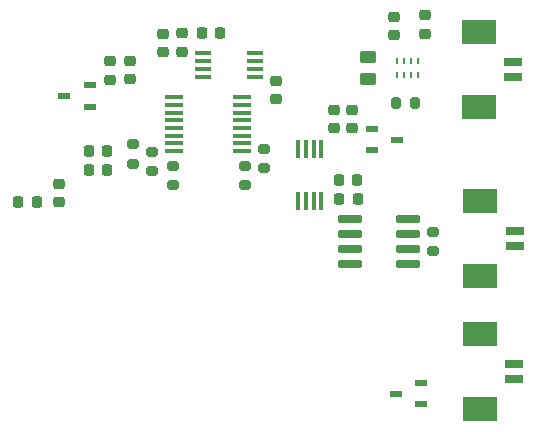
<source format=gbr>
%TF.GenerationSoftware,KiCad,Pcbnew,7.0.8*%
%TF.CreationDate,2024-08-03T17:37:37-04:00*%
%TF.ProjectId,wsg1.0,77736731-2e30-42e6-9b69-6361645f7063,rev?*%
%TF.SameCoordinates,Original*%
%TF.FileFunction,Paste,Top*%
%TF.FilePolarity,Positive*%
%FSLAX46Y46*%
G04 Gerber Fmt 4.6, Leading zero omitted, Abs format (unit mm)*
G04 Created by KiCad (PCBNEW 7.0.8) date 2024-08-03 17:37:37*
%MOMM*%
%LPD*%
G01*
G04 APERTURE LIST*
G04 Aperture macros list*
%AMRoundRect*
0 Rectangle with rounded corners*
0 $1 Rounding radius*
0 $2 $3 $4 $5 $6 $7 $8 $9 X,Y pos of 4 corners*
0 Add a 4 corners polygon primitive as box body*
4,1,4,$2,$3,$4,$5,$6,$7,$8,$9,$2,$3,0*
0 Add four circle primitives for the rounded corners*
1,1,$1+$1,$2,$3*
1,1,$1+$1,$4,$5*
1,1,$1+$1,$6,$7*
1,1,$1+$1,$8,$9*
0 Add four rect primitives between the rounded corners*
20,1,$1+$1,$2,$3,$4,$5,0*
20,1,$1+$1,$4,$5,$6,$7,0*
20,1,$1+$1,$6,$7,$8,$9,0*
20,1,$1+$1,$8,$9,$2,$3,0*%
G04 Aperture macros list end*
%ADD10RoundRect,0.225000X-0.225000X-0.250000X0.225000X-0.250000X0.225000X0.250000X-0.225000X0.250000X0*%
%ADD11RoundRect,0.200000X-0.275000X0.200000X-0.275000X-0.200000X0.275000X-0.200000X0.275000X0.200000X0*%
%ADD12RoundRect,0.225000X0.250000X-0.225000X0.250000X0.225000X-0.250000X0.225000X-0.250000X-0.225000X0*%
%ADD13RoundRect,0.225000X-0.250000X0.225000X-0.250000X-0.225000X0.250000X-0.225000X0.250000X0.225000X0*%
%ADD14R,0.260000X0.530000*%
%ADD15R,1.090000X0.610000*%
%ADD16R,1.600000X0.800000*%
%ADD17R,3.000000X2.100000*%
%ADD18RoundRect,0.218750X0.218750X0.256250X-0.218750X0.256250X-0.218750X-0.256250X0.218750X-0.256250X0*%
%ADD19RoundRect,0.051250X0.733750X0.153750X-0.733750X0.153750X-0.733750X-0.153750X0.733750X-0.153750X0*%
%ADD20RoundRect,0.250000X-0.450000X0.262500X-0.450000X-0.262500X0.450000X-0.262500X0.450000X0.262500X0*%
%ADD21R,0.431800X1.498600*%
%ADD22RoundRect,0.200000X-0.200000X-0.275000X0.200000X-0.275000X0.200000X0.275000X-0.200000X0.275000X0*%
%ADD23RoundRect,0.225000X0.225000X0.250000X-0.225000X0.250000X-0.225000X-0.250000X0.225000X-0.250000X0*%
%ADD24RoundRect,0.200000X0.275000X-0.200000X0.275000X0.200000X-0.275000X0.200000X-0.275000X-0.200000X0*%
%ADD25RoundRect,0.075000X0.910000X0.225000X-0.910000X0.225000X-0.910000X-0.225000X0.910000X-0.225000X0*%
%ADD26R,1.400000X0.450000*%
%ADD27RoundRect,0.218750X0.256250X-0.218750X0.256250X0.218750X-0.256250X0.218750X-0.256250X-0.218750X0*%
G04 APERTURE END LIST*
D10*
%TO.C,C12*%
X120445000Y-117460000D03*
X121995000Y-117460000D03*
%TD*%
D11*
%TO.C,R3*%
X102940000Y-112835000D03*
X102940000Y-114485000D03*
%TD*%
D12*
%TO.C,C10*%
X107080000Y-105015000D03*
X107080000Y-103465000D03*
%TD*%
%TO.C,C2*%
X125090000Y-103590000D03*
X125090000Y-102040000D03*
%TD*%
D13*
%TO.C,C1*%
X127720000Y-101940000D03*
X127720000Y-103490000D03*
%TD*%
D10*
%TO.C,C11*%
X120425000Y-115870000D03*
X121975000Y-115870000D03*
%TD*%
D12*
%TO.C,C14*%
X121537500Y-111505000D03*
X121537500Y-109955000D03*
%TD*%
D11*
%TO.C,R7*%
X114100000Y-113240000D03*
X114100000Y-114890000D03*
%TD*%
%TO.C,R5*%
X112430000Y-114675000D03*
X112430000Y-116325000D03*
%TD*%
D14*
%TO.C,BConv1*%
X127100000Y-105800000D03*
X126500000Y-105800000D03*
X125900000Y-105800000D03*
X125300000Y-105800000D03*
X125300000Y-107000000D03*
X125900000Y-107000000D03*
X126500000Y-107000000D03*
X127100000Y-107000000D03*
%TD*%
D15*
%TO.C,LinReg1*%
X99295000Y-109695000D03*
X99295000Y-107865000D03*
X97155000Y-108780000D03*
%TD*%
D16*
%TO.C,J3*%
X135280000Y-120200000D03*
X135280000Y-121450000D03*
D17*
X132380000Y-117650000D03*
X132380000Y-124000000D03*
%TD*%
D18*
%TO.C,TVS1*%
X94807500Y-117760000D03*
X93232500Y-117760000D03*
%TD*%
D16*
%TO.C,J1*%
X135150000Y-105870000D03*
X135150000Y-107120000D03*
D17*
X132250000Y-103320000D03*
X132250000Y-109670000D03*
%TD*%
D15*
%TO.C,LinReg3*%
X123177500Y-111540000D03*
X123177500Y-113370000D03*
X125317500Y-112455000D03*
%TD*%
D19*
%TO.C,U1*%
X112190000Y-113415000D03*
X112190000Y-112765000D03*
X112190000Y-112115000D03*
X112190000Y-111465000D03*
X112190000Y-110815000D03*
X112190000Y-110165000D03*
X112190000Y-109515000D03*
X112190000Y-108865000D03*
X106450000Y-108865000D03*
X106450000Y-109515000D03*
X106450000Y-110165000D03*
X106450000Y-110815000D03*
X106450000Y-111465000D03*
X106450000Y-112115000D03*
X106450000Y-112765000D03*
X106450000Y-113415000D03*
%TD*%
D11*
%TO.C,R4*%
X104540000Y-113490000D03*
X104540000Y-115140000D03*
%TD*%
D12*
%TO.C,C5*%
X115080000Y-109005000D03*
X115080000Y-107455000D03*
%TD*%
D20*
%TO.C,R1*%
X122830000Y-105457500D03*
X122830000Y-107282500D03*
%TD*%
D12*
%TO.C,C7*%
X102750000Y-107360000D03*
X102750000Y-105810000D03*
%TD*%
D11*
%TO.C,R6*%
X106380000Y-114675000D03*
X106380000Y-116325000D03*
%TD*%
D21*
%TO.C,DAC1*%
X118895200Y-113265600D03*
X118260200Y-113265600D03*
X117599800Y-113265600D03*
X116964800Y-113265600D03*
X116964800Y-117634400D03*
X117599800Y-117634400D03*
X118260200Y-117634400D03*
X118895200Y-117634400D03*
%TD*%
D12*
%TO.C,C8*%
X101040000Y-107370000D03*
X101040000Y-105820000D03*
%TD*%
D16*
%TO.C,J2*%
X135260000Y-131490000D03*
X135260000Y-132740000D03*
D17*
X132360000Y-128940000D03*
X132360000Y-135290000D03*
%TD*%
D22*
%TO.C,R2*%
X125220000Y-109370000D03*
X126870000Y-109370000D03*
%TD*%
D23*
%TO.C,C4*%
X100765000Y-113390000D03*
X99215000Y-113390000D03*
%TD*%
D15*
%TO.C,LinReg2*%
X127340000Y-134875000D03*
X127340000Y-133045000D03*
X125200000Y-133960000D03*
%TD*%
D24*
%TO.C,R8*%
X128380000Y-121915000D03*
X128380000Y-120265000D03*
%TD*%
D25*
%TO.C,InstrAmp1*%
X126250000Y-122975000D03*
X126250000Y-121705000D03*
X126250000Y-120435000D03*
X126250000Y-119165000D03*
X121310000Y-119165000D03*
X121310000Y-120435000D03*
X121310000Y-121705000D03*
X121310000Y-122975000D03*
%TD*%
D23*
%TO.C,C3*%
X100765000Y-115000000D03*
X99215000Y-115000000D03*
%TD*%
D12*
%TO.C,C13*%
X119957500Y-111510000D03*
X119957500Y-109960000D03*
%TD*%
D23*
%TO.C,C6*%
X110345000Y-103465000D03*
X108795000Y-103465000D03*
%TD*%
D12*
%TO.C,C9*%
X105510000Y-105025000D03*
X105510000Y-103475000D03*
%TD*%
D26*
%TO.C,Vref1*%
X113290000Y-107115000D03*
X113290000Y-106465000D03*
X113290000Y-105815000D03*
X113290000Y-105165000D03*
X108890000Y-105165000D03*
X108890000Y-105815000D03*
X108890000Y-106465000D03*
X108890000Y-107115000D03*
%TD*%
D27*
%TO.C,D8*%
X96710000Y-117777500D03*
X96710000Y-116202500D03*
%TD*%
M02*

</source>
